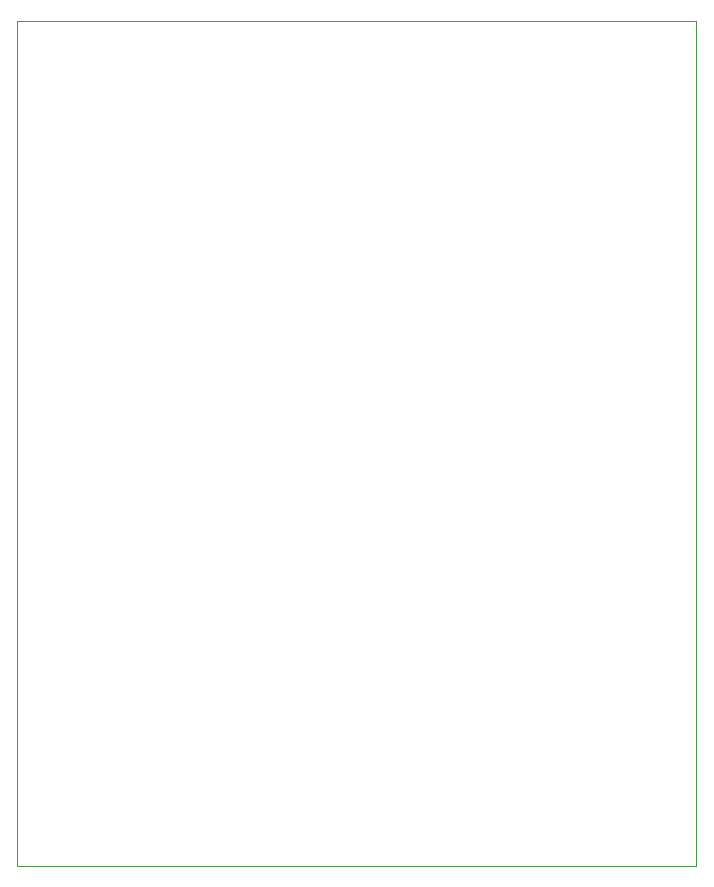
<source format=gbr>
%TF.GenerationSoftware,KiCad,Pcbnew,9.0.2*%
%TF.CreationDate,2025-08-12T13:49:35-04:00*%
%TF.ProjectId,Wireless Communication Board (WCB)V3.2,57697265-6c65-4737-9320-436f6d6d756e,rev?*%
%TF.SameCoordinates,Original*%
%TF.FileFunction,Profile,NP*%
%FSLAX46Y46*%
G04 Gerber Fmt 4.6, Leading zero omitted, Abs format (unit mm)*
G04 Created by KiCad (PCBNEW 9.0.2) date 2025-08-12 13:49:35*
%MOMM*%
%LPD*%
G01*
G04 APERTURE LIST*
%TA.AperFunction,Profile*%
%ADD10C,0.050000*%
%TD*%
G04 APERTURE END LIST*
D10*
X136500000Y-56000000D02*
X194000000Y-56000000D01*
X194000000Y-127500000D01*
X136500000Y-127500000D01*
X136500000Y-56000000D01*
M02*

</source>
